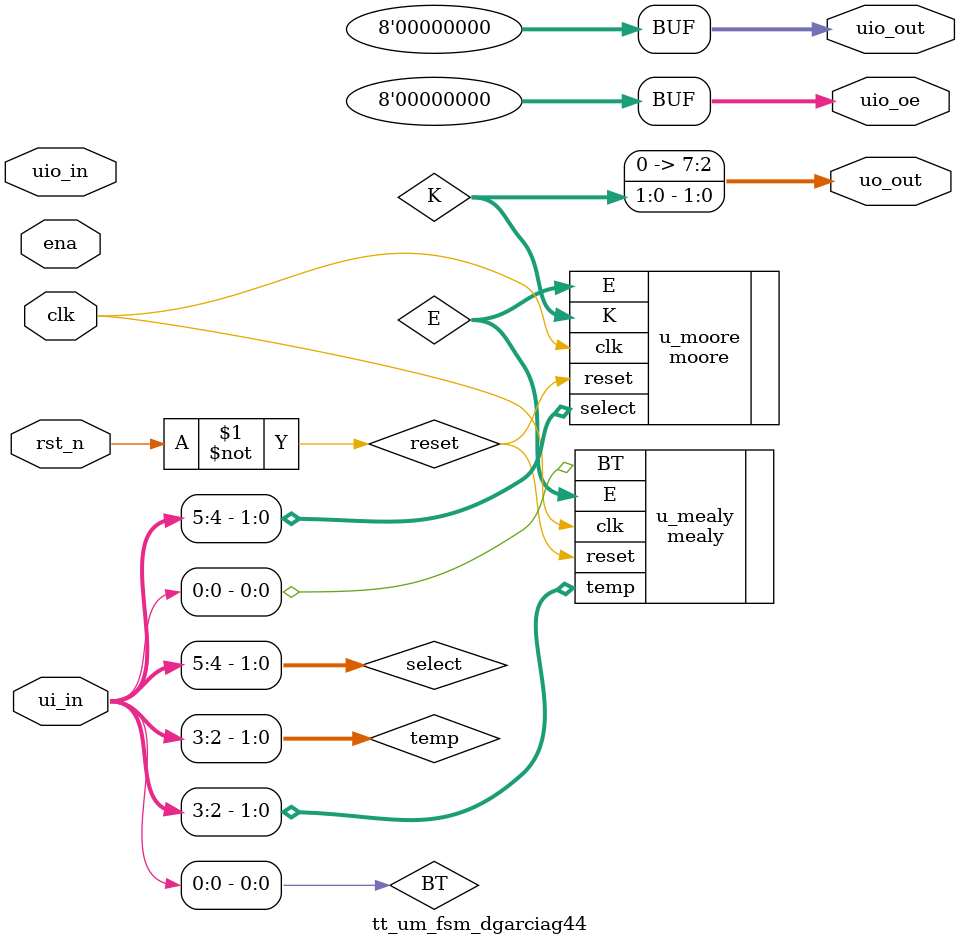
<source format=v>
`timescale 1ns / 1ps

module tt_um_fsm_dgarciag44 (
    input  [7:0]  ui_in,     // Dedicated inputs
    output [7:0]  uo_out,    // Dedicated outputs
    input  [7:0]  uio_in,    // Bidirectional (input)
    output [7:0]  uio_out,   // Bidirectional (output)
    output [7:0]  uio_oe,    // Bidirectional (enable)
    input         ena,       // Enable signal (unused)
    input         clk,       // Clock
    input         rst_n      // Active-low reset
);

    // Convert reset to active-high
    wire reset = ~rst_n;

    // Assign signals from ui_in
    wire BT          = ui_in[0];
    wire [1:0] temp  = ui_in[3:2];
    wire [1:0] select= ui_in[5:4];

    wire [2:0] E;
    wire [1:0] K;

    // Instantiate Mealy
    mealy u_mealy (
        .BT(BT),
        .clk(clk),
        .reset(reset),
        .temp(temp),
        .E(E)
    );

    // Instantiate Moore
    moore u_moore (
        .E(E),
        .clk(clk),
        .reset(reset),
        .select(select),
        .K(K)
    );

    // Map outputs to Tiny Tapeout pins
    assign uo_out[1:0] = K;
    assign uo_out[7:2] = 6'b0;

    assign uio_out = 8'b0;
    assign uio_oe  = 8'b0;

endmodule

</source>
